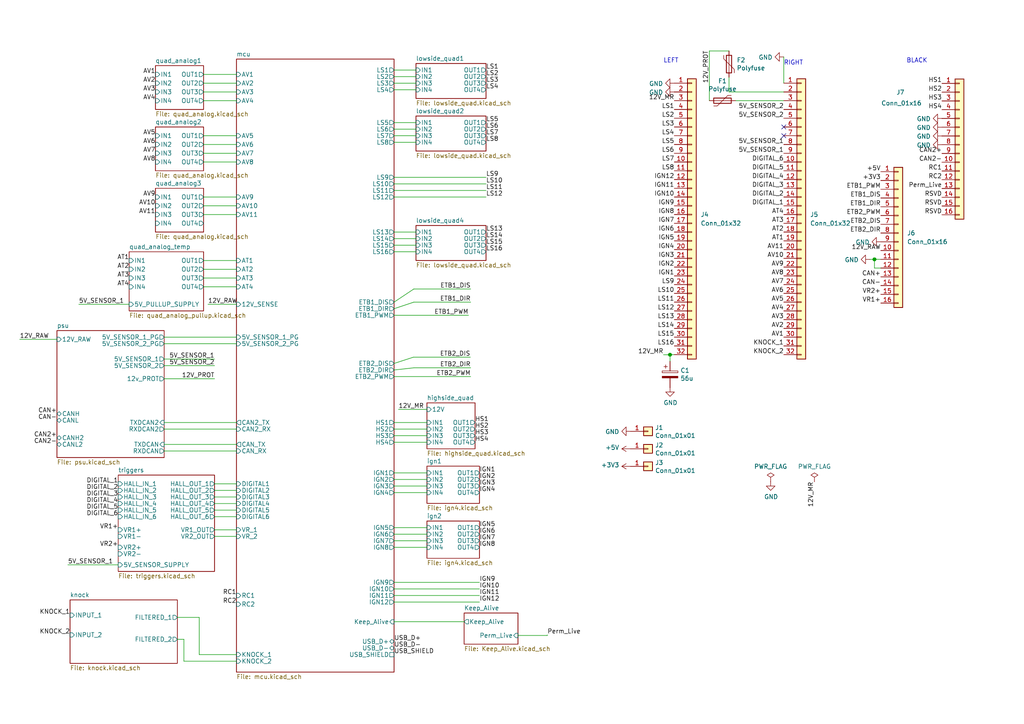
<source format=kicad_sch>
(kicad_sch (version 20211123) (generator eeschema)
  (paper "A4")
  (title_block (title "Polygonus") (date "2023-03-15") (rev "v0.7"))
  (lib_symbols
    (symbol "Connector_Generic:Conn_01x01" (pin_names (offset 1.016) hide)
      (property "Reference" "J" (at 0 2.54 0))
      (property "Value" "Conn_01x01" (at 0 -2.54 0))
      (symbol "Conn_01x01_1_1"
        (rectangle (start -1.27 0.127) (end 0 -0.127) (stroke (width 0.1524)))
        (rectangle (start -1.27 1.27) (end 1.27 -1.27) (stroke (width 0.254)) (fill (type background)))
        (pin passive line (at -5.08 0 0) (length 3.81) (name "Pin_1") (number "1"))
      )
    )
    (symbol "Connector_Generic:Conn_01x16" (pin_names (offset 1.016) hide)
      (property "Reference" "J" (at 0 20.32 0))
      (property "Value" "Conn_01x16" (at 0 -22.86 0))
      (symbol "Conn_01x16_1_1"
        (rectangle (start -1.27 -20.193) (end 0 -20.447) (stroke (width 0.1524)))
        (rectangle (start -1.27 -17.653) (end 0 -17.907) (stroke (width 0.1524)))
        (rectangle (start -1.27 -15.113) (end 0 -15.367) (stroke (width 0.1524)))
        (rectangle (start -1.27 -12.573) (end 0 -12.827) (stroke (width 0.1524)))
        (rectangle (start -1.27 -10.033) (end 0 -10.287) (stroke (width 0.1524)))
        (rectangle (start -1.27 -7.493) (end 0 -7.747) (stroke (width 0.1524)))
        (rectangle (start -1.27 -4.953) (end 0 -5.207) (stroke (width 0.1524)))
        (rectangle (start -1.27 -2.413) (end 0 -2.667) (stroke (width 0.1524)))
        (rectangle (start -1.27 0.127) (end 0 -0.127) (stroke (width 0.1524)))
        (rectangle (start -1.27 2.667) (end 0 2.413) (stroke (width 0.1524)))
        (rectangle (start -1.27 5.207) (end 0 4.953) (stroke (width 0.1524)))
        (rectangle (start -1.27 7.747) (end 0 7.493) (stroke (width 0.1524)))
        (rectangle (start -1.27 10.287) (end 0 10.033) (stroke (width 0.1524)))
        (rectangle (start -1.27 12.827) (end 0 12.573) (stroke (width 0.1524)))
        (rectangle (start -1.27 15.367) (end 0 15.113) (stroke (width 0.1524)))
        (rectangle (start -1.27 17.907) (end 0 17.653) (stroke (width 0.1524)))
        (rectangle (start -1.27 19.05) (end 1.27 -21.59) (stroke (width 0.254)) (fill (type background)))
        (pin passive line (at -5.08 17.78 0) (length 3.81) (name "Pin_1") (number "1"))
        (pin passive line (at -5.08 -5.08 0) (length 3.81) (name "Pin_10") (number "10"))
        (pin passive line (at -5.08 -7.62 0) (length 3.81) (name "Pin_11") (number "11"))
        (pin passive line (at -5.08 -10.16 0) (length 3.81) (name "Pin_12") (number "12"))
        (pin passive line (at -5.08 -12.7 0) (length 3.81) (name "Pin_13") (number "13"))
        (pin passive line (at -5.08 -15.24 0) (length 3.81) (name "Pin_14") (number "14"))
        (pin passive line (at -5.08 -17.78 0) (length 3.81) (name "Pin_15") (number "15"))
        (pin passive line (at -5.08 -20.32 0) (length 3.81) (name "Pin_16") (number "16"))
        (pin passive line (at -5.08 15.24 0) (length 3.81) (name "Pin_2") (number "2"))
        (pin passive line (at -5.08 12.7 0) (length 3.81) (name "Pin_3") (number "3"))
        (pin passive line (at -5.08 10.16 0) (length 3.81) (name "Pin_4") (number "4"))
        (pin passive line (at -5.08 7.62 0) (length 3.81) (name "Pin_5") (number "5"))
        (pin passive line (at -5.08 5.08 0) (length 3.81) (name "Pin_6") (number "6"))
        (pin passive line (at -5.08 2.54 0) (length 3.81) (name "Pin_7") (number "7"))
        (pin passive line (at -5.08 0 0) (length 3.81) (name "Pin_8") (number "8"))
        (pin passive line (at -5.08 -2.54 0) (length 3.81) (name "Pin_9") (number "9"))
      )
    )
    (symbol "Connector_Generic:Conn_01x32" (pin_names (offset 1.016) hide)
      (property "Reference" "J" (at 0 40.64 0))
      (property "Value" "Conn_01x32" (at 0 -43.18 0))
      (symbol "Conn_01x32_1_1"
        (rectangle (start -1.27 -40.513) (end 0 -40.767) (stroke (width 0.1524)))
        (rectangle (start -1.27 -37.973) (end 0 -38.227) (stroke (width 0.1524)))
        (rectangle (start -1.27 -35.433) (end 0 -35.687) (stroke (width 0.1524)))
        (rectangle (start -1.27 -32.893) (end 0 -33.147) (stroke (width 0.1524)))
        (rectangle (start -1.27 -30.353) (end 0 -30.607) (stroke (width 0.1524)))
        (rectangle (start -1.27 -27.813) (end 0 -28.067) (stroke (width 0.1524)))
        (rectangle (start -1.27 -25.273) (end 0 -25.527) (stroke (width 0.1524)))
        (rectangle (start -1.27 -22.733) (end 0 -22.987) (stroke (width 0.1524)))
        (rectangle (start -1.27 -20.193) (end 0 -20.447) (stroke (width 0.1524)))
        (rectangle (start -1.27 -17.653) (end 0 -17.907) (stroke (width 0.1524)))
        (rectangle (start -1.27 -15.113) (end 0 -15.367) (stroke (width 0.1524)))
        (rectangle (start -1.27 -12.573) (end 0 -12.827) (stroke (width 0.1524)))
        (rectangle (start -1.27 -10.033) (end 0 -10.287) (stroke (width 0.1524)))
        (rectangle (start -1.27 -7.493) (end 0 -7.747) (stroke (width 0.1524)))
        (rectangle (start -1.27 -4.953) (end 0 -5.207) (stroke (width 0.1524)))
        (rectangle (start -1.27 -2.413) (end 0 -2.667) (stroke (width 0.1524)))
        (rectangle (start -1.27 0.127) (end 0 -0.127) (stroke (width 0.1524)))
        (rectangle (start -1.27 2.667) (end 0 2.413) (stroke (width 0.1524)))
        (rectangle (start -1.27 5.207) (end 0 4.953) (stroke (width 0.1524)))
        (rectangle (start -1.27 7.747) (end 0 7.493) (stroke (width 0.1524)))
        (rectangle (start -1.27 10.287) (end 0 10.033) (stroke (width 0.1524)))
        (rectangle (start -1.27 12.827) (end 0 12.573) (stroke (width 0.1524)))
        (rectangle (start -1.27 15.367) (end 0 15.113) (stroke (width 0.1524)))
        (rectangle (start -1.27 17.907) (end 0 17.653) (stroke (width 0.1524)))
        (rectangle (start -1.27 20.447) (end 0 20.193) (stroke (width 0.1524)))
        (rectangle (start -1.27 22.987) (end 0 22.733) (stroke (width 0.1524)))
        (rectangle (start -1.27 25.527) (end 0 25.273) (stroke (width 0.1524)))
        (rectangle (start -1.27 28.067) (end 0 27.813) (stroke (width 0.1524)))
        (rectangle (start -1.27 30.607) (end 0 30.353) (stroke (width 0.1524)))
        (rectangle (start -1.27 33.147) (end 0 32.893) (stroke (width 0.1524)))
        (rectangle (start -1.27 35.687) (end 0 35.433) (stroke (width 0.1524)))
        (rectangle (start -1.27 38.227) (end 0 37.973) (stroke (width 0.1524)))
        (rectangle (start -1.27 39.37) (end 1.27 -41.91) (stroke (width 0.254)) (fill (type background)))
        (pin passive line (at -5.08 38.1 0) (length 3.81) (name "Pin_1") (number "1"))
        (pin passive line (at -5.08 15.24 0) (length 3.81) (name "Pin_10") (number "10"))
        (pin passive line (at -5.08 12.7 0) (length 3.81) (name "Pin_11") (number "11"))
        (pin passive line (at -5.08 10.16 0) (length 3.81) (name "Pin_12") (number "12"))
        (pin passive line (at -5.08 7.62 0) (length 3.81) (name "Pin_13") (number "13"))
        (pin passive line (at -5.08 5.08 0) (length 3.81) (name "Pin_14") (number "14"))
        (pin passive line (at -5.08 2.54 0) (length 3.81) (name "Pin_15") (number "15"))
        (pin passive line (at -5.08 0 0) (length 3.81) (name "Pin_16") (number "16"))
        (pin passive line (at -5.08 -2.54 0) (length 3.81) (name "Pin_17") (number "17"))
        (pin passive line (at -5.08 -5.08 0) (length 3.81) (name "Pin_18") (number "18"))
        (pin passive line (at -5.08 -7.62 0) (length 3.81) (name "Pin_19") (number "19"))
        (pin passive line (at -5.08 35.56 0) (length 3.81) (name "Pin_2") (number "2"))
        (pin passive line (at -5.08 -10.16 0) (length 3.81) (name "Pin_20") (number "20"))
        (pin passive line (at -5.08 -12.7 0) (length 3.81) (name "Pin_21") (number "21"))
        (pin passive line (at -5.08 -15.24 0) (length 3.81) (name "Pin_22") (number "22"))
        (pin passive line (at -5.08 -17.78 0) (length 3.81) (name "Pin_23") (number "23"))
        (pin passive line (at -5.08 -20.32 0) (length 3.81) (name "Pin_24") (number "24"))
        (pin passive line (at -5.08 -22.86 0) (length 3.81) (name "Pin_25") (number "25"))
        (pin passive line (at -5.08 -25.4 0) (length 3.81) (name "Pin_26") (number "26"))
        (pin passive line (at -5.08 -27.94 0) (length 3.81) (name "Pin_27") (number "27"))
        (pin passive line (at -5.08 -30.48 0) (length 3.81) (name "Pin_28") (number "28"))
        (pin passive line (at -5.08 -33.02 0) (length 3.81) (name "Pin_29") (number "29"))
        (pin passive line (at -5.08 33.02 0) (length 3.81) (name "Pin_3") (number "3"))
        (pin passive line (at -5.08 -35.56 0) (length 3.81) (name "Pin_30") (number "30"))
        (pin passive line (at -5.08 -38.1 0) (length 3.81) (name "Pin_31") (number "31"))
        (pin passive line (at -5.08 -40.64 0) (length 3.81) (name "Pin_32") (number "32"))
        (pin passive line (at -5.08 30.48 0) (length 3.81) (name "Pin_4") (number "4"))
        (pin passive line (at -5.08 27.94 0) (length 3.81) (name "Pin_5") (number "5"))
        (pin passive line (at -5.08 25.4 0) (length 3.81) (name "Pin_6") (number "6"))
        (pin passive line (at -5.08 22.86 0) (length 3.81) (name "Pin_7") (number "7"))
        (pin passive line (at -5.08 20.32 0) (length 3.81) (name "Pin_8") (number "8"))
        (pin passive line (at -5.08 17.78 0) (length 3.81) (name "Pin_9") (number "9"))
      )
    )
    (symbol "Device:CP" (pin_numbers hide) (pin_names (offset 0.254))
      (property "Reference" "C" (at 0.635 2.54 0))
      (property "Value" "Device_CP" (at 0.635 -2.54 0))
      (symbol "CP_0_1"
        (rectangle (start -2.286 0.508) (end 2.286 1.016))
        (polyline (pts (xy -1.778 2.286) (xy -0.762 2.286)))
        (polyline (pts (xy -1.27 2.794) (xy -1.27 1.778)))
        (rectangle (start 2.286 -0.508) (end -2.286 -1.016) (fill (type outline)))
      )
      (symbol "CP_1_1"
        (pin passive line (at 0 3.81 270) (length 2.794) (name "~") (number "1"))
        (pin passive line (at 0 -3.81 90) (length 2.794) (name "~") (number "2"))
      )
    )
    (symbol "Device:Polyfuse" (pin_numbers hide) (pin_names (offset 0))
      (property "Reference" "F" (at -2.54 0 90))
      (property "Value" "Polyfuse" (at 2.54 0 90))
      (symbol "Polyfuse_0_1"
        (rectangle (start -0.762 2.54) (end 0.762 -2.54) (stroke (width 0.254)))
        (polyline (pts (xy 0 2.54) (xy 0 -2.54)))
        (polyline (pts (xy -1.524 2.54) (xy -1.524 1.524) (xy 1.524 -1.524) (xy 1.524 -2.54)))
      )
      (symbol "Polyfuse_1_1"
        (pin passive line (at 0 3.81 270) (length 1.27) (name "~") (number "1"))
        (pin passive line (at 0 -3.81 90) (length 1.27) (name "~") (number "2"))
      )
    )
    (symbol "power:+3.3V" (power) (pin_names (offset 0))
      (property "Value" "+3.3V" (at 0 3.556 0))
      (symbol "+3.3V_0_1"
        (polyline (pts (xy -0.762 1.27) (xy 0 2.54)))
        (polyline (pts (xy 0 0) (xy 0 2.54)))
        (polyline (pts (xy 0 2.54) (xy 0.762 1.27)))
      )
      (symbol "+3.3V_1_1"
        (pin power_in line (at 0 0 90) (length 0) hide (name "+3V3") (number "1"))
      )
    )
    (symbol "power:+5V" (power) (pin_names (offset 0))
      (property "Value" "+5V" (at 0 3.556 0))
      (symbol "+5V_0_1"
        (polyline (pts (xy -0.762 1.27) (xy 0 2.54)))
        (polyline (pts (xy 0 0) (xy 0 2.54)))
        (polyline (pts (xy 0 2.54) (xy 0.762 1.27)))
      )
      (symbol "+5V_1_1"
        (pin power_in line (at 0 0 90) (length 0) hide (name "+5V") (number "1"))
      )
    )
    (symbol "power:GND" (power) (pin_names (offset 0))
      (property "Value" "GND" (at 0 -3.81 0))
      (symbol "GND_0_1"
        (polyline (pts (xy 0 0) (xy 0 -1.27) (xy 1.27 -1.27) (xy 0 -2.54) (xy -1.27 -1.27) (xy 0 -1.27)))
      )
      (symbol "GND_1_1"
        (pin power_in line (at 0 0 270) (length 0) hide (name "GND") (number "1"))
      )
    )
    (symbol "power:PWR_FLAG" (power) (pin_numbers hide) (pin_names (offset 0) hide)
      (property "Value" "PWR_FLAG" (at 0 3.81 0))
      (symbol "PWR_FLAG_0_0"
        (pin power_out line (at 0 0 90) (length 0) (name "pwr") (number "1"))
      )
      (symbol "PWR_FLAG_0_1"
        (polyline (pts (xy 0 0) (xy 0 1.27) (xy -1.016 1.905) (xy 0 2.54) (xy 1.016 1.905) (xy 0 1.27)))
      )
    )
  )
  (junction (at 253.6325 75.2096))
  (junction (at 194.343 102.899))
  (junction (at 253.6325 75.2399))
  (junction (at 194.31 102.87))
  (no_connect (at 227.33 36.83))
  (no_connect (at 227.33 39.37))
  (wire (pts (xy 62.23 144.145) (xy 68.58 144.145)))
  (wire (pts (xy 150.2316 184.3116) (xy 158.75 184.3116)))
  (wire (pts (xy 114.3 168.91) (xy 139.065 168.91)))
  (wire (pts (xy 194.31 102.87) (xy 195.58 102.87)))
  (wire (pts (xy 62.23 106.045) (xy 47.625 106.045)))
  (wire (pts (xy 19.685 163.83) (xy 34.29 163.83)))
  (wire (pts (xy 47.625 124.46) (xy 68.58 124.46)))
  (wire (pts (xy 123.825 142.875) (xy 114.3 142.875)))
  (wire (pts (xy 123.825 158.75) (xy 114.3 158.75)))
  (wire (pts (xy 114.3 35.56) (xy 120.65 35.56)))
  (wire (pts (xy 253.6325 75.2399) (xy 253.6325 77.7496)))
  (wire (pts (xy 114.3 71.12) (xy 120.65 71.12)))
  (wire (pts (xy 114.3 128.27) (xy 123.825 128.27)))
  (wire (pts (xy 114.3 153.035) (xy 123.825 153.035)))
  (wire (pts (xy 192.438 102.899) (xy 194.343 102.899)))
  (wire (pts (xy 114.3 174.625) (xy 139.065 174.625)))
  (wire (pts (xy 120.65 73.025) (xy 114.3 73.025)))
  (wire (pts (xy 62.23 147.955) (xy 68.58 147.955)))
  (wire (pts (xy 114.3 53.34) (xy 140.97 53.34)))
  (wire (pts (xy 120.015 106.68) (xy 114.3 107.315)))
  (wire (pts (xy 115.57 118.745) (xy 123.825 118.745)))
  (wire (pts (xy 114.3 67.31) (xy 120.65 67.31)))
  (wire (pts (xy 114.3 55.245) (xy 140.97 55.245)))
  (wire (pts (xy 213.36 29.21) (xy 227.33 29.21)))
  (wire (pts (xy 68.58 130.81) (xy 47.625 130.81)))
  (wire (pts (xy 114.3 180.325) (xy 114.3 180.34)))
  (wire (pts (xy 120.65 41.275) (xy 114.3 41.275)))
  (wire (pts (xy 68.58 29.21) (xy 59.055 29.21)))
  (wire (pts (xy 253.6325 75.2096) (xy 253.6325 75.2399)))
  (wire (pts (xy 68.58 142.24) (xy 62.23 142.24)))
  (wire (pts (xy 114.3 91.44) (xy 135.89 91.44)))
  (wire (pts (xy 227.33 26.67) (xy 211.455 26.67)))
  (wire (pts (xy 114.3 20.32) (xy 120.65 20.32)))
  (wire (pts (xy 57.785 189.865) (xy 68.58 189.865)))
  (wire (pts (xy 114.3 109.22) (xy 136.525 109.22)))
  (wire (pts (xy 120.015 83.82) (xy 136.525 83.82)))
  (wire (pts (xy 134.62 180.325) (xy 114.3 180.325)))
  (wire (pts (xy 68.58 59.69) (xy 59.055 59.69)))
  (wire (pts (xy 194.343 104.804) (xy 194.343 102.899)))
  (wire (pts (xy 59.055 57.15) (xy 68.58 57.15)))
  (wire (pts (xy 5.715 98.425) (xy 16.51 98.425)))
  (wire (pts (xy 205.74 14.7786) (xy 205.74 29.21)))
  (wire (pts (xy 120.65 22.225) (xy 114.3 22.225)))
  (wire (pts (xy 62.23 140.335) (xy 68.58 140.335)))
  (wire (pts (xy 51.435 185.42) (xy 53.34 185.42)))
  (wire (pts (xy 123.825 140.97) (xy 114.3 140.97)))
  (wire (pts (xy 59.055 44.45) (xy 68.58 44.45)))
  (wire (pts (xy 47.625 97.79) (xy 68.58 97.79)))
  (wire (pts (xy 47.625 99.695) (xy 68.58 99.695)))
  (wire (pts (xy 47.625 109.855) (xy 62.23 109.855)))
  (wire (pts (xy 59.055 75.565) (xy 68.58 75.565)))
  (wire (pts (xy 53.34 185.42) (xy 53.34 191.77)))
  (wire (pts (xy 59.055 39.37) (xy 68.58 39.37)))
  (wire (pts (xy 114.3 137.16) (xy 123.825 137.16)))
  (wire (pts (xy 120.65 69.215) (xy 114.3 69.215)))
  (wire (pts (xy 60.325 88.265) (xy 68.58 88.265)))
  (wire (pts (xy 68.58 78.105) (xy 59.055 78.105)))
  (wire (pts (xy 62.23 153.67) (xy 68.58 153.67)))
  (wire (pts (xy 227.33 16.51) (xy 227.33 24.13)))
  (wire (pts (xy 114.3 39.37) (xy 120.65 39.37)))
  (wire (pts (xy 47.625 128.905) (xy 68.58 128.905)))
  (wire (pts (xy 59.055 80.645) (xy 68.58 80.645)))
  (wire (pts (xy 120.65 26.035) (xy 114.3 26.035)))
  (wire (pts (xy 120.015 83.82) (xy 114.3 87.63)))
  (wire (pts (xy 123.825 126.365) (xy 114.3 126.365)))
  (wire (pts (xy 114.3 170.815) (xy 139.065 170.815)))
  (wire (pts (xy 53.34 191.77) (xy 68.58 191.77)))
  (wire (pts (xy 158.75 184.3116) (xy 158.75 184.15)))
  (wire (pts (xy 59.055 62.23) (xy 68.58 62.23)))
  (wire (pts (xy 59.055 26.67) (xy 68.58 26.67)))
  (wire (pts (xy 120.015 87.63) (xy 136.525 87.63)))
  (wire (pts (xy 119.9173 103.5911) (xy 136.4273 103.5911)))
  (wire (pts (xy 68.58 146.05) (xy 62.23 146.05)))
  (wire (pts (xy 68.58 46.99) (xy 59.055 46.99)))
  (wire (pts (xy 47.625 104.14) (xy 62.23 104.14)))
  (wire (pts (xy 211.455 26.67) (xy 211.4402 22.3986)))
  (wire (pts (xy 68.58 83.185) (xy 59.055 83.185)))
  (wire (pts (xy 68.58 24.13) (xy 59.055 24.13)))
  (wire (pts (xy 114.3 172.72) (xy 139.065 172.72)))
  (wire (pts (xy 252.3119 75.2399) (xy 253.6325 75.2399)))
  (wire (pts (xy 22.86 88.265) (xy 37.465 88.265)))
  (wire (pts (xy 62.23 149.86) (xy 68.58 149.86)))
  (wire (pts (xy 114.3 57.15) (xy 140.97 57.15)))
  (wire (pts (xy 119.9173 103.5911) (xy 114.3 105.41)))
  (wire (pts (xy 253.6325 77.7496) (xy 255.4645 77.7496)))
  (wire (pts (xy 47.625 122.555) (xy 68.58 122.555)))
  (wire (pts (xy 123.825 122.555) (xy 114.3 122.555)))
  (wire (pts (xy 51.435 179.07) (xy 57.785 179.07)))
  (wire (pts (xy 120.015 87.63) (xy 114.3 89.535)))
  (wire (pts (xy 114.3 156.845) (xy 123.825 156.845)))
  (wire (pts (xy 114.3 51.435) (xy 140.97 51.435)))
  (wire (pts (xy 255.4645 75.2096) (xy 253.6325 75.2096)))
  (wire (pts (xy 114.3 37.465) (xy 120.65 37.465)))
  (wire (pts (xy 59.055 21.59) (xy 68.58 21.59)))
  (wire (pts (xy 114.3 139.065) (xy 123.825 139.065)))
  (wire (pts (xy 123.825 154.94) (xy 114.3 154.94)))
  (wire (pts (xy 120.015 106.68) (xy 136.525 106.68)))
  (wire (pts (xy 211.4402 14.7786) (xy 205.74 14.7786)))
  (wire (pts (xy 68.58 41.91) (xy 59.055 41.91)))
  (wire (pts (xy 57.785 179.07) (xy 57.785 189.865)))
  (wire (pts (xy 68.58 155.575) (xy 62.23 155.575)))
  (wire (pts (xy 114.3 124.46) (xy 123.825 124.46)))
  (wire (pts (xy 114.3 24.13) (xy 120.65 24.13)))
  (wire (pts (xy 194.31 102.87) (xy 194.343 102.899)))
  (text "LEFT" (at 192.405 18.415 0) (effects (font (size 1.27 1.27)) (justify left bottom)))
  (text "BLACK" (at 262.89 18.415 0) (effects (font (size 1.27 1.27)) (justify left bottom)))
  (text "RIGHT" (at 227.33 19.05 0) (effects (font (size 1.27 1.27)) (justify left bottom)))
  (label "LS16" (at 140.97 73.025 0))
  (label "12V_RAW" (at 5.715 98.425 0))
  (label "DIGITAL_1" (at 227.33 59.69 180))
  (label "HS4" (at 137.795 128.27 0))
  (label "KNOCK_1" (at 227.33 100.33 180))
  (label "AV7" (at 227.33 82.55 180))
  (label "AT3" (at 37.465 80.645 180))
  (label "HS1" (at 273.2114 24.1919 180))
  (label "CAN2-" (at 273.2114 47.0519 180))
  (label "AV3" (at 227.33 92.71 180))
  (label "AV7" (at 45.085 44.45 180))
  (label "IGN10" (at 139.065 170.815 0))
  (label "ETB2_DIR" (at 255.4645 67.5896 180))
  (label "AV8" (at 227.33 80.01 180))
  (label "AV9" (at 227.33 77.47 180))
  (label "CAN-" (at 255.4645 82.8296 180))
  (label "DIGITAL_6" (at 34.29 149.86 180))
  (label "Perm_Live" (at 158.75 184.15 0))
  (label "AV9" (at 45.085 57.15 180))
  (label "CAN2+" (at 16.51 127 180))
  (label "IGN11" (at 195.58 54.61 180))
  (label "AV11" (at 227.33 72.39 180))
  (label "AV1" (at 45.085 21.59 180))
  (label "AT1" (at 37.465 75.565 180))
  (label "+5V" (at 255.4645 49.8096 180))
  (label "DIGITAL_3" (at 227.33 54.61 180))
  (label "AT1" (at 227.33 69.85 180))
  (label "LS9" (at 195.58 82.55 180))
  (label "IGN8" (at 139.065 158.75 0))
  (label "AV4" (at 227.33 90.17 180))
  (label "5V_SENSOR_1" (at 227.33 41.91 180))
  (label "RC2" (at 273.2114 52.1319 180))
  (label "LS1" (at 195.58 31.75 180))
  (label "RSVD" (at 273.2114 57.2119 180))
  (label "ETB2_DIS" (at 255.4645 65.0496 180))
  (label "ETB2_DIR" (at 136.525 106.68 180))
  (label "VR2+" (at 34.29 158.75 180))
  (label "LS16" (at 195.58 100.33 180))
  (label "5V_SENSOR_2" (at 227.33 34.29 180))
  (label "ETB1_DIR" (at 255.4645 59.9696 180))
  (label "12V_MR" (at 236.22 139.7 270))
  (label "DIGITAL_1" (at 34.29 140.335 180))
  (label "LS5" (at 140.97 35.56 0))
  (label "LS7" (at 195.58 46.99 180))
  (label "IGN7" (at 139.065 156.845 0))
  (label "5V_SENSOR_1" (at 19.685 163.83 0))
  (label "IGN5" (at 195.58 69.85 180))
  (label "LS13" (at 195.58 92.71 180))
  (label "HS3" (at 273.2114 29.2719 180))
  (label "12V_PROT" (at 62.23 109.855 180))
  (label "AV2" (at 227.33 95.25 180))
  (label "LS7" (at 140.97 39.37 0))
  (label "DIGITAL_2" (at 227.33 57.15 180))
  (label "AV6" (at 227.33 85.09 180))
  (label "LS2" (at 195.58 34.29 180))
  (label "5V_SENSOR_2" (at 62.23 106.045 180))
  (label "IGN5" (at 139.065 153.035 0))
  (label "5V_SENSOR_1" (at 62.23 104.14 180))
  (label "IGN1" (at 139.065 137.16 0))
  (label "USB_D-" (at 114.3 187.96 0))
  (label "IGN4" (at 195.58 72.39 180))
  (label "IGN2" (at 139.065 139.065 0))
  (label "AT3" (at 227.33 64.77 180))
  (label "DIGITAL_5" (at 227.33 49.53 180))
  (label "KNOCK_2" (at 227.33 102.87 180))
  (label "CAN2-" (at 16.51 128.905 180))
  (label "AV2" (at 45.085 24.13 180))
  (label "12V_MR" (at 192.438 102.899 180))
  (label "USB_SHIELD" (at 114.3 189.865 0))
  (label "5V_SENSOR_1" (at 227.33 44.45 180))
  (label "DIGITAL_5" (at 34.29 147.955 180))
  (label "HS2" (at 137.795 124.46 0))
  (label "IGN10" (at 195.58 57.15 180))
  (label "HS2" (at 273.2114 26.7319 180))
  (label "AT2" (at 37.465 78.105 180))
  (label "LS4" (at 140.97 26.035 0))
  (label "LS3" (at 195.58 36.83 180))
  (label "LS4" (at 195.58 39.37 180))
  (label "LS11" (at 195.58 87.63 180))
  (label "LS8" (at 195.58 49.53 180))
  (label "CAN+" (at 255.4645 80.2896 180))
  (label "IGN6" (at 139.065 154.94 0))
  (label "LS15" (at 195.58 97.79 180))
  (label "HS1" (at 137.795 122.555 0))
  (label "LS8" (at 140.97 41.275 0))
  (label "IGN7" (at 195.58 64.77 180))
  (label "VR1+" (at 255.4645 87.9096 180))
  (label "AV1" (at 227.33 97.79 180))
  (label "DIGITAL_3" (at 34.29 144.145 180))
  (label "ETB2_DIS" (at 136.4273 103.5911 180))
  (label "LS2" (at 140.97 22.225 0))
  (label "Perm_Live" (at 273.2114 54.6719 180))
  (label "RC1" (at 273.2114 49.5919 180))
  (label "12V_RAW" (at 255.4645 72.6696 180))
  (label "IGN1" (at 195.58 80.01 180))
  (label "+3V3" (at 255.4645 52.3496 180))
  (label "AV11" (at 45.085 62.23 180))
  (label "AT2" (at 227.33 67.31 180))
  (label "IGN9" (at 195.58 59.69 180))
  (label "IGN3" (at 195.58 74.93 180))
  (label "LS3" (at 140.97 24.13 0))
  (label "IGN11" (at 139.065 172.72 0))
  (label "5V_SENSOR_2" (at 227.33 31.75 180))
  (label "LS15" (at 140.97 71.12 0))
  (label "USB_D+" (at 114.3 186.055 0))
  (label "KNOCK_2" (at 20.32 184.15 180))
  (label "AV8" (at 45.085 46.99 180))
  (label "AT4" (at 227.33 62.23 180))
  (label "LS1" (at 140.97 20.32 0))
  (label "AV10" (at 227.33 74.93 180))
  (label "IGN12" (at 195.58 52.07 180))
  (label "12V_RAW" (at 60.325 88.265 0))
  (label "LS12" (at 195.58 90.17 180))
  (label "AV5" (at 227.33 87.63 180))
  (label "IGN8" (at 195.58 62.23 180))
  (label "ETB1_DIS" (at 136.525 83.82 180))
  (label "IGN2" (at 195.58 77.47 180))
  (label "CAN2+" (at 273.2114 44.5119 180))
  (label "LS10" (at 140.97 53.34 0))
  (label "LS6" (at 195.58 44.45 180))
  (label "12V_PROT" (at 205.74 24.13 90))
  (label "12V_MR" (at 195.58 29.21 180))
  (label "AT4" (at 37.465 83.185 180))
  (label "CAN-" (at 16.51 121.92 180))
  (label "12V_MR" (at 115.57 118.745 0))
  (label "ETB2_PWM" (at 255.4645 62.5096 180))
  (label "LS10" (at 195.58 85.09 180))
  (label "ETB2_PWM" (at 136.525 109.22 180))
  (label "RC1" (at 68.58 172.72 180))
  (label "ETB1_PWM" (at 255.4645 54.8896 180))
  (label "LS9" (at 140.97 51.435 0))
  (label "AV5" (at 45.085 39.37 180))
  (label "AV4" (at 45.085 29.21 180))
  (label "HS3" (at 137.795 126.365 0))
  (label "ETB1_DIS" (at 255.4645 57.4296 180))
  (label "IGN3" (at 139.065 140.97 0))
  (label "AV10" (at 45.085 59.69 180))
  (label "LS5" (at 195.58 41.91 180))
  (label "IGN9" (at 139.065 168.91 0))
  (label "LS12" (at 140.97 57.15 0))
  (label "CAN+" (at 16.51 120.015 180))
  (label "RSVD" (at 273.2114 62.2919 180))
  (label "LS6" (at 140.97 37.465 0))
  (label "ETB1_PWM" (at 135.89 91.44 180))
  (label "RC2" (at 68.58 175.26 180))
  (label "AV6" (at 45.085 41.91 180))
  (label "VR2+" (at 255.4645 85.3696 180))
  (label "ETB1_DIR" (at 136.525 87.63 180))
  (label "LS14" (at 195.58 95.25 180))
  (label "DIGITAL_2" (at 34.29 142.24 180))
  (label "AV3" (at 45.085 26.67 180))
  (label "DIGITAL_6" (at 227.33 46.99 180))
  (label "LS14" (at 140.97 69.215 0))
  (label "RSVD" (at 273.2114 59.7519 180))
  (label "HS4" (at 273.2114 31.8119 180))
  (label "VR1+" (at 34.29 153.67 180))
  (label "IGN12" (at 139.065 174.625 0))
  (label "5V_SENSOR_1" (at 22.86 88.265 0))
  (label "DIGITAL_4" (at 34.29 146.05 180))
  (label "LS13" (at 140.97 67.31 0))
  (label "IGN4" (at 139.065 142.875 0))
  (label "LS11" (at 140.97 55.245 0))
  (label "IGN6" (at 195.58 67.31 180))
  (label "KNOCK_1" (at 20.32 178.435 180))
  (label "DIGITAL_4" (at 227.33 52.07 180))
  (symbol (lib_id "power:GND") (at 252.3119 75.2399 270) (unit 1)
    (property "Reference" "#PWR09" (effects hide))
    (property "Value" "GND" (at 249.0607 75.3669 90) (effects (justify right)))
  )
  (symbol (lib_id "power:GND") (at 273.2114 39.4319 270) (unit 1)
    (property "Reference" "#PWR013" (effects hide))
    (property "Value" "GND" (at 269.9602 39.5589 90) (effects (justify right)))
  )
  (symbol (lib_id "power:GND") (at 227.33 16.51 270) (unit 1)
    (property "Reference" "#PWR08" (effects hide))
    (property "Value" "GND" (at 224.0788 16.637 90) (effects (justify right)))
  )
  (symbol (lib_id "power:GND") (at 273.2114 41.9719 270) (unit 1)
    (property "Reference" "#PWR014" (effects hide))
    (property "Value" "GND" (at 269.9602 42.0989 90) (effects (justify right)))
  )
  (symbol (lib_id "power:GND") (at 273.2114 34.3519 270) (unit 1)
    (property "Reference" "#PWR011" (effects hide))
    (property "Value" "GND" (at 269.9602 34.4789 90) (effects (justify right)))
  )
  (symbol (lib_id "Device:Polyfuse") (at 211.4402 18.5886 180) (unit 1)
    (property "Reference" "F2" (at 213.6754 17.4202 0) (effects (justify right)))
    (property "Value" "Polyfuse" (at 213.6754 19.7316 0) (effects (justify right)))
    (property "Footprint" "Resistor_SMD:R_1206_3216Metric" (effects hide))
    (property "PN" "1206L012WR" (effects hide))
    (property "LCSC" "C207035" (effects hide))
    (property "LCSC_ext" "1" (effects hide))
  )
  (symbol (lib_id "Device:Polyfuse") (at 209.55 29.21 90) (unit 1)
    (property "Reference" "F1" (at 209.55 23.495 90))
    (property "Value" "Polyfuse" (at 209.55 25.8064 90))
    (property "Footprint" "Resistor_SMD:R_1206_3216Metric" (effects hide))
    (property "PN" "1206L012WR" (effects hide))
    (property "LCSC" "C207035" (effects hide))
    (property "LCSC_ext" "1" (effects hide))
  )
  (symbol (lib_id "Connector_Generic:Conn_01x01") (at 187.96 125.095 0) (unit 1)
    (property "Reference" "J1" (at 189.992 124.0282 0) (effects (justify left)))
    (property "Value" "Conn_01x01" (at 189.992 126.3396 0) (effects (justify left)))
    (property "Footprint" "TestPoint:TestPoint_Pad_D3.0mm" (effects hide))
    (property "LCSC" "N/A" (effects hide))
  )
  (symbol (lib_id "Connector_Generic:Conn_01x01") (at 187.96 130.175 0) (unit 1)
    (property "Reference" "J2" (at 189.992 129.1082 0) (effects (justify left)))
    (property "Value" "Conn_01x01" (at 189.992 131.4196 0) (effects (justify left)))
    (property "Footprint" "TestPoint:TestPoint_Pad_D3.0mm" (effects hide))
    (property "LCSC" "N/A" (effects hide))
  )
  (symbol (lib_id "Connector_Generic:Conn_01x01") (at 187.96 135.255 0) (unit 1)
    (property "Reference" "J3" (at 189.992 134.1882 0) (effects (justify left)))
    (property "Value" "Conn_01x01" (at 189.992 136.4996 0) (effects (justify left)))
    (property "Footprint" "TestPoint:TestPoint_Pad_D3.0mm" (effects hide))
    (property "LCSC" "N/A" (effects hide))
  )
  (symbol (lib_id "power:GND") (at 182.88 125.095 270) (unit 1)
    (property "Reference" "#PWR01" (effects hide))
    (property "Value" "GND" (at 179.6288 125.222 90) (effects (justify right)))
  )
  (symbol (lib_id "power:+3.3V") (at 182.88 135.255 90) (unit 1)
    (property "Reference" "#PWR03" (effects hide))
    (property "Value" "+3.3V" (at 179.6288 134.874 90) (effects (justify left)))
  )
  (symbol (lib_id "power:+5V") (at 182.88 130.175 90) (unit 1)
    (property "Reference" "#PWR02" (effects hide))
    (property "Value" "+5V" (at 179.6288 129.794 90) (effects (justify left)))
  )
  (symbol (lib_id "power:PWR_FLAG") (at 236.22 139.7 0) (unit 1)
    (property "Reference" "#FLG02" (effects hide))
    (property "Value" "PWR_FLAG" (at 236.22 135.3058 0))
  )
  (symbol (lib_id "power:GND") (at 223.52 139.7 0) (unit 1)
    (property "Reference" "#PWR07" (effects hide))
    (property "Value" "GND" (at 223.647 144.0942 0))
  )
  (symbol (lib_id "power:PWR_FLAG") (at 223.52 139.7 0) (unit 1)
    (property "Reference" "#FLG01" (effects hide))
    (property "Value" "PWR_FLAG" (at 223.52 135.3058 0))
  )
  (symbol (lib_id "power:GND") (at 273.2114 36.8919 270) (unit 1)
    (property "Reference" "#PWR012" (effects hide))
    (property "Value" "GND" (at 269.9602 37.0189 90) (effects (justify right)))
  )
  (symbol (lib_id "Device:CP") (at 194.343 108.614 0) (unit 1)
    (property "Reference" "C1" (at 197.3402 107.4456 0) (effects (justify left)))
    (property "Value" "56u" (at 197.3402 109.757 0) (effects (justify left)))
    (property "Footprint" "Capacitor_THT:CP_Radial_D8.0mm_P3.50mm" (effects hide))
    (property "LCSC" "N/A" (effects hide))
    (property "PN" "EEH-AZF1H560B" (effects hide))
  )
  (symbol (lib_id "power:GND") (at 194.343 112.424 0) (unit 1)
    (property "Reference" "#PWR04" (effects hide))
    (property "Value" "GND" (at 194.47 116.8182 0))
  )
  (symbol (lib_id "power:GND") (at 255.4645 70.1296 270) (unit 1)
    (property "Reference" "#PWR010" (effects hide))
    (property "Value" "GND" (at 252.2133 70.2566 90) (effects (justify right)))
  )
  (symbol (lib_id "power:GND") (at 195.58 26.67 270) (unit 1)
    (property "Reference" "#PWR06" (effects hide))
    (property "Value" "GND" (at 192.3288 26.797 90) (effects (justify right)))
  )
  (symbol (lib_id "Connector_Generic:Conn_01x32") (at 200.66 62.23 0) (unit 1)
    (property "Reference" "J4" (at 203.2 62.2299 0) (effects (justify left)))
    (property "Value" "Conn_01x32" (at 203.2 64.7699 0) (effects (justify left)))
    (property "Footprint" "Connector_PinHeader_2.54mm:PinHeader_1x32_P2.54mm_Vertical" (effects hide))
  )
  (symbol (lib_id "power:GND") (at 195.58 24.13 270) (unit 1)
    (property "Reference" "#PWR05" (effects hide))
    (property "Value" "GND" (at 192.3288 24.257 90) (effects (justify right)))
  )
  (symbol (lib_id "Connector_Generic:Conn_01x32") (at 232.41 62.23 0) (unit 1)
    (property "Reference" "J5" (at 234.95 62.2299 0) (effects (justify left)))
    (property "Value" "Conn_01x32" (at 234.95 64.7699 0) (effects (justify left)))
    (property "Footprint" "Connector_PinHeader_2.54mm:PinHeader_1x32_P2.54mm_Vertical" (effects hide))
  )
  (symbol (lib_id "Connector_Generic:Conn_01x16") (at 278.2914 41.9719 0) (unit 1)
    (property "Reference" "J7" (at 259.9581 26.7811 0) (effects (justify left)))
    (property "Value" "Conn_01x16" (at 255.5749 29.9238 0) (effects (justify left)))
    (property "Footprint" "Connector_PinHeader_2.54mm:PinHeader_1x16_P2.54mm_Vertical" (effects hide))
  )
  (symbol (lib_id "Connector_Generic:Conn_01x16") (at 260.5445 67.5896 0) (unit 1)
    (property "Reference" "J6" (at 263.0845 67.5895 0) (effects (justify left)))
    (property "Value" "Conn_01x16" (at 263.0845 70.1295 0) (effects (justify left)))
    (property "Footprint" "Connector_PinHeader_2.54mm:PinHeader_1x16_P2.54mm_Vertical" (effects hide))
  )
  (sheet (at 123.825 135.2042) (size 15.24 10.795)
    (property "Sheet name" "ign1" (at 123.825 134.4926 0) (effects (justify left bottom)))
    (property "Sheet file" "ign4.kicad_sch" (at 123.825 146.5838 0) (effects (justify left top)))
    (pin "OUT1" output (at 139.065 137.16 0))
    (pin "OUT2" output (at 139.065 139.065 0))
    (pin "OUT3" output (at 139.065 140.97 0))
    (pin "OUT4" output (at 139.065 142.875 0))
    (pin "IN1" input (at 123.825 137.16 180))
    (pin "IN2" input (at 123.825 139.065 180))
    (pin "IN3" input (at 123.825 140.97 180))
    (pin "IN4" input (at 123.825 142.875 180))
  )
  (sheet (at 120.65 18.415) (size 20.32 10.16)
    (property "Sheet name" "lowside_quad1" (at 120.65 17.7034 0) (effects (justify left bottom)))
    (property "Sheet file" "lowside_quad.kicad_sch" (at 120.65 29.1596 0) (effects (justify left top)))
    (pin "OUT1" output (at 140.97 20.32 0))
    (pin "OUT2" output (at 140.97 22.225 0))
    (pin "IN1" input (at 120.65 20.32 180))
    (pin "IN2" input (at 120.65 22.225 180))
    (pin "OUT3" output (at 140.97 24.13 0))
    (pin "OUT4" output (at 140.97 26.035 0))
    (pin "IN3" input (at 120.65 24.13 180))
    (pin "IN4" input (at 120.65 26.035 180))
  )
  (sheet (at 123.825 151.13) (size 15.24 10.795)
    (property "Sheet name" "ign2" (at 123.825 150.4184 0) (effects (justify left bottom)))
    (property "Sheet file" "ign4.kicad_sch" (at 123.825 162.5096 0) (effects (justify left top)))
    (pin "OUT1" output (at 139.065 153.035 0))
    (pin "OUT2" output (at 139.065 154.94 0))
    (pin "OUT3" output (at 139.065 156.845 0))
    (pin "OUT4" output (at 139.065 158.75 0))
    (pin "IN1" input (at 123.825 153.035 180))
    (pin "IN2" input (at 123.825 154.94 180))
    (pin "IN3" input (at 123.825 156.845 180))
    (pin "IN4" input (at 123.825 158.75 180))
  )
  (sheet (at 68.58 17.145) (size 45.72 177.8)
    (property "Sheet name" "mcu" (at 68.58 16.4334 0) (effects (justify left bottom)))
    (property "Sheet file" "mcu.kicad_sch" (at 68.58 195.5296 0) (effects (justify left top)))
    (pin "LS1" output (at 114.3 20.32 0))
    (pin "LS2" output (at 114.3 22.225 0))
    (pin "LS3" output (at 114.3 24.13 0))
    (pin "LS4" output (at 114.3 26.035 0))
    (pin "LS5" output (at 114.3 35.56 0))
    (pin "LS6" output (at 114.3 37.465 0))
    (pin "LS7" output (at 114.3 39.37 0))
    (pin "LS8" output (at 114.3 41.275 0))
    (pin "LS9" output (at 114.3 51.435 0))
    (pin "LS10" output (at 114.3 53.34 0))
    (pin "LS11" output (at 114.3 55.245 0))
    (pin "LS13" output (at 114.3 67.31 0))
    (pin "LS12" output (at 114.3 57.15 0))
    (pin "LS14" output (at 114.3 69.215 0))
    (pin "LS15" output (at 114.3 71.12 0))
    (pin "LS16" output (at 114.3 73.025 0))
    (pin "AV1" input (at 68.58 21.59 180))
    (pin "AV2" input (at 68.58 24.13 180))
    (pin "AV3" input (at 68.58 26.67 180))
    (pin "AV4" input (at 68.58 29.21 180))
    (pin "AV5" input (at 68.58 39.37 180))
    (pin "AV6" input (at 68.58 41.91 180))
    (pin "AV7" input (at 68.58 44.45 180))
    (pin "AV8" input (at 68.58 46.99 180))
    (pin "AV9" input (at 68.58 57.15 180))
    (pin "AV10" input (at 68.58 59.69 180))
    (pin "AV11" input (at 68.58 62.23 180))
    (pin "AT1" input (at 68.58 75.565 180))
    (pin "AT2" input (at 68.58 78.105 180))
    (pin "AT3" input (at 68.58 80.645 180))
    (pin "AT4" input (at 68.58 83.185 180))
    (pin "5V_SENSOR_1_PG" input (at 68.58 97.79 180))
    (pin "5V_SENSOR_2_PG" input (at 68.58 99.695 180))
    (pin "ETB1_DIS" output (at 114.3 87.63 0))
    (pin "ETB1_DIR" output (at 114.3 89.535 0))
    (pin "ETB1_PWM" output (at 114.3 91.44 0))
    (pin "ETB2_DIS" output (at 114.3 105.41 0))
    (pin "ETB2_DIR" output (at 114.3 107.315 0))
    (pin "ETB2_PWM" output (at 114.3 109.22 0))
    (pin "HS1" output (at 114.3 122.555 0))
    (pin "HS2" output (at 114.3 124.46 0))
    (pin "HS3" output (at 114.3 126.365 0))
    (pin "HS4" output (at 114.3 128.27 0))
    (pin "12V_SENSE" input (at 68.58 88.265 180))
    (pin "CAN_TX" output (at 68.58 128.905 180))
    (pin "CAN_RX" input (at 68.58 130.81 180))
    (pin "DIGITAL1" input (at 68.58 140.335 180))
    (pin "DIGITAL2" input (at 68.58 142.24 180))
    (pin "DIGITAL3" input (at 68.58 144.145 180))
    (pin "DIGITAL4" input (at 68.58 146.05 180))
    (pin "DIGITAL5" input (at 68.58 147.955 180))
    (pin "DIGITAL6" input (at 68.58 149.86 180))
    (pin "IGN1" output (at 114.3 137.16 0))
    (pin "IGN2" output (at 114.3 139.065 0))
    (pin "IGN3" output (at 114.3 140.97 0))
    (pin "IGN4" output (at 114.3 142.875 0))
    (pin "IGN5" output (at 114.3 153.035 0))
    (pin "IGN6" output (at 114.3 154.94 0))
    (pin "IGN7" output (at 114.3 156.845 0))
    (pin "IGN8" output (at 114.3 158.75 0))
    (pin "IGN9" output (at 114.3 168.91 0))
    (pin "IGN10" output (at 114.3 170.815 0))
    (pin "IGN11" output (at 114.3 172.72 0))
    (pin "IGN12" output (at 114.3 174.625 0))
    (pin "USB_D-" bidirectional (at 114.3 187.96 0))
    (pin "USB_D+" bidirectional (at 114.3 186.055 0))
    (pin "USB_SHIELD" passive (at 114.3 189.865 0))
    (pin "KNOCK_1" input (at 68.58 189.865 180))
    (pin "KNOCK_2" input (at 68.58 191.77 180))
    (pin "CAN2_TX" output (at 68.58 122.555 180))
    (pin "CAN2_RX" input (at 68.58 124.46 180))
    (pin "VR_1" input (at 68.58 153.67 180))
    (pin "VR_2" input (at 68.58 155.575 180))
    (pin "Keep_Alive" input (at 114.3 180.34 0))
    (pin "RC1" input (at 68.58 172.72 180))
    (pin "RC2" input (at 68.58 175.26 180))
  )
  (sheet (at 120.65 33.655) (size 20.32 10.16)
    (property "Sheet name" "lowside_quad2" (at 120.65 32.9434 0) (effects (justify left bottom)))
    (property "Sheet file" "lowside_quad.kicad_sch" (at 120.65 44.3996 0) (effects (justify left top)))
    (pin "OUT1" output (at 140.97 35.56 0))
    (pin "OUT2" output (at 140.97 37.465 0))
    (pin "IN1" input (at 120.65 35.56 180))
    (pin "IN2" input (at 120.65 37.465 180))
    (pin "OUT3" output (at 140.97 39.37 0))
    (pin "OUT4" output (at 140.97 41.275 0))
    (pin "IN3" input (at 120.65 39.37 180))
    (pin "IN4" input (at 120.65 41.275 180))
  )
  (sheet (at 120.65 65.405) (size 20.32 10.16)
    (property "Sheet name" "lowside_quad4" (at 120.65 64.6934 0) (effects (justify left bottom)))
    (property "Sheet file" "lowside_quad.kicad_sch" (at 120.65 76.1496 0) (effects (justify left top)))
    (pin "OUT1" output (at 140.97 67.31 0))
    (pin "OUT2" output (at 140.97 69.215 0))
    (pin "IN1" input (at 120.65 67.31 180))
    (pin "IN2" input (at 120.65 69.215 180))
    (pin "OUT3" output (at 140.97 71.12 0))
    (pin "OUT4" output (at 140.97 73.025 0))
    (pin "IN3" input (at 120.65 71.12 180))
    (pin "IN4" input (at 120.65 73.025 180))
  )
  (sheet (at 45.085 19.05) (size 13.97 12.7)
    (property "Sheet name" "quad_analog1" (at 45.085 18.3384 0) (effects (justify left bottom)))
    (property "Sheet file" "quad_analog.kicad_sch" (at 45.085 32.3346 0) (effects (justify left top)))
    (pin "IN1" input (at 45.085 21.59 180))
    (pin "IN2" input (at 45.085 24.13 180))
    (pin "IN3" input (at 45.085 26.67 180))
    (pin "IN4" input (at 45.085 29.21 180))
    (pin "OUT1" output (at 59.055 21.59 0))
    (pin "OUT2" output (at 59.055 24.13 0))
    (pin "OUT3" output (at 59.055 26.67 0))
    (pin "OUT4" output (at 59.055 29.21 0))
  )
  (sheet (at 45.085 36.83) (size 13.97 12.7)
    (property "Sheet name" "quad_analog2" (at 45.085 36.1184 0) (effects (justify left bottom)))
    (property "Sheet file" "quad_analog.kicad_sch" (at 45.085 50.1146 0) (effects (justify left top)))
    (pin "IN1" input (at 45.085 39.37 180))
    (pin "IN2" input (at 45.085 41.91 180))
    (pin "IN3" input (at 45.085 44.45 180))
    (pin "IN4" input (at 45.085 46.99 180))
    (pin "OUT1" output (at 59.055 39.37 0))
    (pin "OUT2" output (at 59.055 41.91 0))
    (pin "OUT3" output (at 59.055 44.45 0))
    (pin "OUT4" output (at 59.055 46.99 0))
  )
  (sheet (at 45.085 54.61) (size 13.97 12.7)
    (property "Sheet name" "quad_analog3" (at 45.085 53.8984 0) (effects (justify left bottom)))
    (property "Sheet file" "quad_analog.kicad_sch" (at 45.085 67.8946 0) (effects (justify left top)))
    (pin "IN1" input (at 45.085 57.15 180))
    (pin "IN2" input (at 45.085 59.69 180))
    (pin "IN3" input (at 45.085 62.23 180))
    (pin "IN4" input (at 45.085 64.77 180))
    (pin "OUT1" output (at 59.055 57.15 0))
    (pin "OUT2" output (at 59.055 59.69 0))
    (pin "OUT3" output (at 59.055 62.23 0))
    (pin "OUT4" output (at 59.055 64.77 0))
  )
  (sheet (at 16.51 95.885) (size 31.115 36.83)
    (property "Sheet name" "psu" (at 16.51 95.1734 0) (effects (justify left bottom)))
    (property "Sheet file" "psu.kicad_sch" (at 16.51 133.2996 0) (effects (justify left top)))
    (pin "12V_RAW" input (at 16.51 98.425 180))
    (pin "5V_SENSOR_1" output (at 47.625 104.14 0))
    (pin "5V_SENSOR_1_PG" output (at 47.625 97.79 0))
    (pin "5V_SENSOR_2" output (at 47.625 106.045 0))
    (pin "5V_SENSOR_2_PG" output (at 47.625 99.695 0))
    (pin "CANH" bidirectional (at 16.51 120.015 180))
    (pin "CANL" bidirectional (at 16.51 121.92 180))
    (pin "TXDCAN" input (at 47.625 128.905 0))
    (pin "RXDCAN" output (at 47.625 130.81 0))
    (pin "12v_PROT" output (at 47.625 109.855 0))
    (pin "TXDCAN2" input (at 47.625 122.555 0))
    (pin "RXDCAN2" output (at 47.625 124.46 0))
    (pin "CANH2" bidirectional (at 16.51 127 180))
    (pin "CANL2" bidirectional (at 16.51 128.905 180))
  )
  (sheet (at 37.465 73.025) (size 21.59 17.145)
    (property "Sheet name" "quad_analog_temp" (at 37.465 72.3134 0) (effects (justify left bottom)))
    (property "Sheet file" "quad_analog_pullup.kicad_sch" (at 37.465 90.7546 0) (effects (justify left top)))
    (pin "IN1" input (at 37.465 75.565 180))
    (pin "IN2" input (at 37.465 78.105 180))
    (pin "IN3" input (at 37.465 80.645 180))
    (pin "IN4" input (at 37.465 83.185 180))
    (pin "OUT1" output (at 59.055 75.565 0))
    (pin "OUT2" output (at 59.055 78.105 0))
    (pin "OUT3" output (at 59.055 80.645 0))
    (pin "OUT4" output (at 59.055 83.185 0))
    (pin "5V_PULLUP_SUPPLY" input (at 37.465 88.265 180))
  )
  (sheet (at 123.825 116.84) (size 13.97 13.335)
    (property "Sheet name" "highside_quad" (at 123.825 116.1284 0) (effects (justify left bottom)))
    (property "Sheet file" "highside_quad.kicad_sch" (at 123.825 130.7596 0) (effects (justify left top)))
    (pin "12V" input (at 123.825 118.745 180))
    (pin "OUT1" output (at 137.795 122.555 0))
    (pin "OUT2" output (at 137.795 124.46 0))
    (pin "OUT3" output (at 137.795 126.365 0))
    (pin "OUT4" output (at 137.795 128.27 0))
    (pin "IN1" input (at 123.825 122.555 180))
    (pin "IN2" input (at 123.825 124.46 180))
    (pin "IN3" input (at 123.825 126.365 180))
    (pin "IN4" input (at 123.825 128.27 180))
  )
  (sheet (at 34.29 137.795) (size 27.94 27.94)
    (property "Sheet name" "triggers" (at 34.29 137.0834 0) (effects (justify left bottom)))
    (property "Sheet file" "triggers.kicad_sch" (at 34.29 166.3196 0) (effects (justify left top)))
    (pin "HALL_IN_1" input (at 34.29 140.335 180))
    (pin "5V_SENSOR_SUPPLY" input (at 34.29 163.83 180))
    (pin "HALL_OUT_1" output (at 62.23 140.335 0))
    (pin "HALL_IN_2" input (at 34.29 142.24 180))
    (pin "HALL_OUT_2" output (at 62.23 142.24 0))
    (pin "HALL_IN_3" input (at 34.29 144.145 180))
    (pin "HALL_OUT_3" output (at 62.23 144.145 0))
    (pin "HALL_IN_4" input (at 34.29 146.05 180))
    (pin "HALL_OUT_4" output (at 62.23 146.05 0))
    (pin "VR1+" input (at 34.29 153.67 180))
    (pin "VR1-" input (at 34.29 155.575 180))
    (pin "VR2+" input (at 34.29 158.75 180))
    (pin "VR2-" input (at 34.29 160.655 180))
    (pin "VR1_OUT" output (at 62.23 153.67 0))
    (pin "VR2_OUT" output (at 62.23 155.575 0))
    (pin "HALL_IN_5" input (at 34.29 147.955 180))
    (pin "HALL_IN_6" input (at 34.29 149.86 180))
    (pin "HALL_OUT_5" output (at 62.23 147.955 0))
    (pin "HALL_OUT_6" output (at 62.23 149.86 0))
  )
  (sheet (at 20.32 173.99) (size 31.115 18.415)
    (property "Sheet name" "knock" (at 20.32 173.2784 0) (effects (justify left bottom)))
    (property "Sheet file" "knock.kicad_sch" (at 20.32 192.9896 0) (effects (justify left top)))
    (pin "FILTERED_1" output (at 51.435 179.07 0))
    (pin "INPUT_1" input (at 20.32 178.435 180))
    (pin "FILTERED_2" output (at 51.435 185.42 0))
    (pin "INPUT_2" input (at 20.32 184.15 180))
  )
  (sheet (at 134.62 177.8) (size 15.6116 9.047) (stroke (width 0.1524))
    (property "Sheet name" "Keep_Alive" (at 134.62 177.0884 0) (effects (justify left bottom)))
    (property "Sheet file" "Keep_Alive.kicad_sch" (at 134.62 187.4316 0) (effects (justify left top)))
    (pin "Perm_Live" input (at 150.2316 184.3116 0))
    (pin "Keep_Alive" output (at 134.62 180.325 180))
  )
)
</source>
